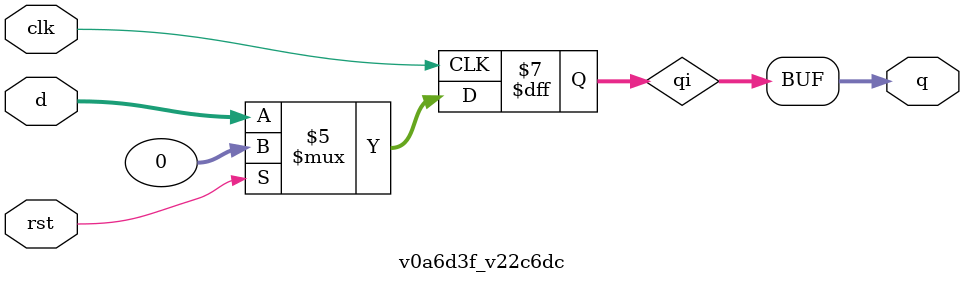
<source format=v>

`default_nettype none

module main #(
 parameter vcb9863 = 12000/2
) (
 input v0869b1,
 input vclk,
 output v8973a9,
 output [0:7] vinit
);
 localparam p1 = vcb9863;
 wire [0:31] w0;
 wire w2;
 wire w3;
 wire w4;
 wire w5;
 wire w6;
 wire w7;
 wire w8;
 wire w9;
 assign w2 = v0869b1;
 assign v8973a9 = w4;
 assign w5 = vclk;
 assign w6 = vclk;
 assign w7 = vclk;
 assign w6 = w5;
 assign w7 = w5;
 assign w7 = w6;
 v959751 #(
  .vc5c8ea(p1)
 ) v3a039d (
  .vbc97e4(w0)
 );
 vba518e v7001c3 (
  .vcbab45(w4),
  .v0e28cb(w8),
  .v3ca442(w9)
 );
 vb7f713 v6302b3 (
  .vb5e8cd(w3),
  .v6dda25(w5),
  .v4642b6(w8)
 );
 v5018a6 vff40b0 (
  .vd9601b(w2),
  .vfde3d7(w6),
  .v157a67(w9)
 );
 v397e22 v1547f1 (
  .vd6b9df(w0),
  .vd1077b(w3),
  .v6dda25(w7)
 );
 assign vinit = 8'b00000000;
endmodule

//---- Top entity
module v959751 #(
 parameter vc5c8ea = 0
) (
 output [31:0] vbc97e4
);
 localparam p0 = vc5c8ea;
 wire [0:31] w1;
 assign vbc97e4 = w1;
 v959751_v465065 #(
  .VALUE(p0)
 ) v465065 (
  .k(w1)
 );
endmodule

//---------------------------------------------------
//-- 32-bits-gen-constant
//-- - - - - - - - - - - - - - - - - - - - - - - - --
//-- Generic: 32-bits generic constant
//---------------------------------------------------

module v959751_v465065 #(
 parameter VALUE = 0
) (
 output [31:0] k
);
 assign k = VALUE;
endmodule
//---- Top entity
module vba518e (
 input v0e28cb,
 input v3ca442,
 output vcbab45
);
 wire w0;
 wire w1;
 wire w2;
 assign w0 = v0e28cb;
 assign w1 = v3ca442;
 assign vcbab45 = w2;
 vba518e_vf4938a vf4938a (
  .a(w0),
  .b(w1),
  .c(w2)
 );
endmodule

//---------------------------------------------------
//-- AND2
//-- - - - - - - - - - - - - - - - - - - - - - - - --
//-- Two bits input And gate
//---------------------------------------------------

module vba518e_vf4938a (
 input a,
 input b,
 output c
);
 //-- AND gate
 //-- Verilog implementation
 
 assign c = a & b;
 
endmodule
//---- Top entity
module vb7f713 #(
 parameter v8bcde4 = 0
) (
 input v6dda25,
 input vb5e8cd,
 output v4642b6
);
 localparam p0 = v8bcde4;
 wire w1;
 wire w2;
 wire w3;
 assign w1 = v6dda25;
 assign w2 = vb5e8cd;
 assign v4642b6 = w3;
 vb7f713_v4a32dd #(
  .INI(p0)
 ) v4a32dd (
  .clk(w1),
  .t(w2),
  .q(w3)
 );
endmodule

//---------------------------------------------------
//-- TFF-verilog
//-- - - - - - - - - - - - - - - - - - - - - - - - --
//-- TFF-verilog. System TFF with toggle input: It toogles on every system cycle if the input is active. Verilog implementation
//---------------------------------------------------

module vb7f713_v4a32dd #(
 parameter INI = 0
) (
 input clk,
 input t,
 output q
);
 //-- Initial value
 reg qi = INI;
 
 always @(posedge clk)
 begin
  
  //-- check the toogle input
  if (t == 1'b1)
    qi <= ~ qi;
  
 end
 
 //-- Connect the register with the
 //-- output
 assign q = qi;
 
endmodule
//---- Top entity
module v5018a6 #(
 parameter v9d2d5b = 0,
 parameter v42e61f = 0
) (
 input vfde3d7,
 input vd9601b,
 output v157a67,
 output v64879c
);
 localparam p4 = v9d2d5b;
 localparam p5 = v42e61f;
 wire w0;
 wire w1;
 wire w2;
 wire w3;
 wire w6;
 wire w7;
 assign w0 = vd9601b;
 assign v157a67 = w1;
 assign v64879c = w3;
 assign w6 = vfde3d7;
 assign w7 = vfde3d7;
 assign w2 = w1;
 assign w7 = w6;
 vae13be vc01bdf (
  .ve78ab8(w2),
  .v3487af(w3),
  .ved8395(w7)
 );
 v091b35 #(
  .v17ea21(p4),
  .v803182(p5)
 ) v79ea21 (
  .v27dec4(w0),
  .v4642b6(w1),
  .v25ab12(w6)
 );
endmodule

//---------------------------------------------------
//-- Button-tic
//-- - - - - - - - - - - - - - - - - - - - - - - - --
//-- Button-tic: Configurable button that emits a tic when it is pressed
//---------------------------------------------------
//---- Top entity
module vae13be (
 input ved8395,
 input ve78ab8,
 output v1c9ba2,
 output v3487af
);
 wire w0;
 wire w1;
 wire w2;
 wire w3;
 wire w4;
 wire w5;
 assign w0 = ve78ab8;
 assign w1 = ved8395;
 assign w4 = ve78ab8;
 assign v3487af = w5;
 assign w4 = w0;
 v3676a0 v9d4cda (
  .v0e28cb(w2),
  .vcbab45(w3)
 );
 vba518e v57aa83 (
  .v0e28cb(w3),
  .v3ca442(w4),
  .vcbab45(w5)
 );
 v58ed2b v4953b3 (
  .vf54559(w0),
  .va4102a(w1),
  .ve8318d(w2)
 );
endmodule

//---------------------------------------------------
//-- Rising-edge-detector
//-- - - - - - - - - - - - - - - - - - - - - - - - --
//-- Rising-edge detector. It generates a 1-period pulse (tic) when a rising edge is detected on the input. Block implementation
//---------------------------------------------------
//---- Top entity
module v3676a0 (
 input v0e28cb,
 output vcbab45
);
 wire w0;
 wire w1;
 assign w0 = v0e28cb;
 assign vcbab45 = w1;
 v3676a0_vd54ca1 vd54ca1 (
  .a(w0),
  .q(w1)
 );
endmodule

//---------------------------------------------------
//-- NOT
//-- - - - - - - - - - - - - - - - - - - - - - - - --
//-- NOT gate (Verilog implementation)
//---------------------------------------------------

module v3676a0_vd54ca1 (
 input a,
 output q
);
 //-- NOT Gate
 assign q = ~a;
 
 
endmodule
//---- Top entity
module v58ed2b #(
 parameter v71e305 = 0
) (
 input va4102a,
 input vf54559,
 output va58c5b,
 output ve8318d
);
 localparam p2 = v71e305;
 wire w0;
 wire w1;
 wire w3;
 assign w0 = va4102a;
 assign ve8318d = w1;
 assign w3 = vf54559;
 v58ed2b_vb8adf8 #(
  .INI(p2)
 ) vb8adf8 (
  .clk(w0),
  .q(w1),
  .d(w3)
 );
endmodule

//---------------------------------------------------
//-- sys-DFF-verilog
//-- - - - - - - - - - - - - - - - - - - - - - - - --
//-- System - D Flip-flop. Capture data every system clock cycle. Verilog implementation
//---------------------------------------------------

module v58ed2b_vb8adf8 #(
 parameter INI = 0
) (
 input clk,
 input d,
 output q
);
 //-- Initial value
 reg qi = INI;
 
 //-- Capture the input data  
 //-- on the rising edge of  
 //-- the system clock
 always @(posedge clk)
   qi <= d;
   
 //-- Connect the register with the
 //-- output
 assign q = qi;
endmodule
//---- Top entity
module v091b35 #(
 parameter v17ea21 = 0,
 parameter v803182 = 0
) (
 input v25ab12,
 input v27dec4,
 output v4642b6
);
 localparam p2 = v803182;
 localparam p4 = v17ea21;
 wire w0;
 wire w1;
 wire w3;
 wire w5;
 wire w6;
 wire w7;
 wire w8;
 assign v4642b6 = w5;
 assign w6 = v27dec4;
 assign w7 = v25ab12;
 assign w8 = v25ab12;
 assign w8 = w7;
 v6c3aff #(
  .v2fb6e5(p4)
 ) v67ee04 (
  .v758f58(w0),
  .vedbc89(w6)
 );
 v68f406 #(
  .v6a9fe4(p2)
 ) v5b351d (
  .v27dec4(w1),
  .v4642b6(w3)
 );
 vdd36dc v7f7562 (
  .v6a82dd(w3),
  .vd4e5d7(w5),
  .v444878(w8)
 );
 v0705a6 v9812a2 (
  .ve7f5e6(w0),
  .v3c12b5(w1),
  .v717e81(w7)
 );
endmodule

//---------------------------------------------------
//-- Button
//-- - - - - - - - - - - - - - - - - - - - - - - - --
//-- Configurable button (pull-up on/off. Not on/off)
//---------------------------------------------------
//---- Top entity
module v6c3aff #(
 parameter v2fb6e5 = 1
) (
 input vedbc89,
 output v758f58
);
 localparam p2 = v2fb6e5;
 wire w0;
 wire w1;
 assign w0 = vedbc89;
 assign v758f58 = w1;
 v6c3aff_v34955f #(
  .ON(p2)
 ) v34955f (
  .i(w0),
  .o(w1)
 );
endmodule

//---------------------------------------------------
//-- Pull-upx1
//-- - - - - - - - - - - - - - - - - - - - - - - - --
//-- FPGA internal pull-up configuration on the input port
//---------------------------------------------------

module v6c3aff_v34955f #(
 parameter ON = 0
) (
 input i,
 output o
);
 // 1-Pull up
 
 //-- Place the IO block, configured as  
 //-- input with pull-up
 SB_IO
   #(
     .PIN_TYPE(6'b 1010_01),
     
     //-- The pull-up is activated or not
     //-- depeding on the ON parameter
     .PULLUP(ON)
     
   ) input_pin (
 
     //--- Input pin
     .PACKAGE_PIN(i),
     
     //-- Block output
     .D_IN_0(o),
     
     //-- Configured as input
     .OUTPUT_ENABLE(1'b0),
     
     //-- Not used
     .D_OUT_0(1'b0)
   );
endmodule
//---- Top entity
module v68f406 #(
 parameter v6a9fe4 = 0
) (
 input v27dec4,
 output v4642b6
);
 localparam p0 = v6a9fe4;
 wire w1;
 wire w2;
 wire w3;
 assign w2 = v27dec4;
 assign v4642b6 = w3;
 v3ba5d0 #(
  .vc5c8ea(p0)
 ) vce5802 (
  .v268bfc(w1)
 );
 vd12401 v5b01c7 (
  .v0e28cb(w1),
  .v3ca442(w2),
  .vcbab45(w3)
 );
endmodule

//---------------------------------------------------
//-- not-wire-x01
//-- - - - - - - - - - - - - - - - - - - - - - - - --
//-- Select positive or negative logic for the input (0=positive, 1=negative)
//---------------------------------------------------
//---- Top entity
module v3ba5d0 #(
 parameter vc5c8ea = 0
) (
 output v268bfc
);
 localparam p0 = vc5c8ea;
 wire w1;
 assign v268bfc = w1;
 v3ba5d0_v465065 #(
  .VALUE(p0)
 ) v465065 (
  .k(w1)
 );
endmodule

//---------------------------------------------------
//-- Constante-1bits
//-- - - - - - - - - - - - - - - - - - - - - - - - --
//-- Valor genérico constante, de 1 bits. Su valor se introduce como parámetro. Por defecto vale 0
//---------------------------------------------------

module v3ba5d0_v465065 #(
 parameter VALUE = 0
) (
 output k
);
 assign k = VALUE;
endmodule
//---- Top entity
module vd12401 (
 input v0e28cb,
 input v3ca442,
 output vcbab45
);
 wire w0;
 wire w1;
 wire w2;
 assign w0 = v0e28cb;
 assign w1 = v3ca442;
 assign vcbab45 = w2;
 vd12401_vf4938a vf4938a (
  .a(w0),
  .b(w1),
  .c(w2)
 );
endmodule

//---------------------------------------------------
//-- XOR2
//-- - - - - - - - - - - - - - - - - - - - - - - - --
//-- XOR gate: two bits input xor gate
//---------------------------------------------------

module vd12401_vf4938a (
 input a,
 input b,
 output c
);
 //-- XOR gate
 //-- Verilog implementation
 
 assign c = a ^ b;
 
endmodule
//---- Top entity
module vdd36dc (
 input v444878,
 input v6a82dd,
 output vd4e5d7
);
 wire w0;
 wire w1;
 wire w2;
 wire w3;
 wire w4;
 wire w5;
 wire w6;
 wire w7;
 assign w2 = v444878;
 assign w3 = v444878;
 assign w4 = v444878;
 assign vd4e5d7 = w5;
 assign w6 = v6a82dd;
 assign w7 = v6a82dd;
 assign w3 = w2;
 assign w4 = w2;
 assign w4 = w3;
 assign w7 = w6;
 v1ed41a vd680b8 (
  .v3487af(w1),
  .ved8395(w4),
  .ve78ab8(w7)
 );
 v8a23ff v02f115 (
  .vd793aa(w0),
  .ve4a668(w2),
  .v4642b6(w5),
  .v27dec4(w6)
 );
 ve8e3e6 vc4d90e (
  .ve37344(w0),
  .ve556f1(w1),
  .v6dda25(w3)
 );
endmodule

//---------------------------------------------------
//-- Debouncer-x01
//-- - - - - - - - - - - - - - - - - - - - - - - - --
//-- Remove the rebound on a mechanical switch
//---------------------------------------------------
//---- Top entity
module v1ed41a (
 input ved8395,
 input ve78ab8,
 output v31351e,
 output v3487af
);
 wire w0;
 wire w1;
 wire w2;
 wire w3;
 wire w4;
 assign w0 = ve78ab8;
 assign w1 = ved8395;
 assign v3487af = w2;
 assign w4 = ve78ab8;
 assign w4 = w0;
 vd12401 v456da5 (
  .vcbab45(w2),
  .v0e28cb(w3),
  .v3ca442(w4)
 );
 v58ed2b vf94974 (
  .vf54559(w0),
  .va4102a(w1),
  .ve8318d(w3)
 );
endmodule

//---------------------------------------------------
//-- Edges-detector-block
//-- - - - - - - - - - - - - - - - - - - - - - - - --
//-- Edges detector. It generates a 1-period pulse (tic) when either a rising edge or a falling edge is detected on the input. Block implementation
//---------------------------------------------------
//---- Top entity
module v8a23ff #(
 parameter v3360b0 = 0
) (
 input ve4a668,
 input v27dec4,
 input vd793aa,
 output v4642b6
);
 localparam p4 = v3360b0;
 wire w0;
 wire w1;
 wire w2;
 wire w3;
 assign w0 = ve4a668;
 assign w1 = v27dec4;
 assign w2 = vd793aa;
 assign v4642b6 = w3;
 v8a23ff_vb79aca #(
  .INI(p4)
 ) vb79aca (
  .clk(w0),
  .d(w1),
  .load(w2),
  .q(w3)
 );
endmodule

//---------------------------------------------------
//-- DFF-verilog
//-- - - - - - - - - - - - - - - - - - - - - - - - --
//-- DFF. D Flip-flop. Verilog implementation
//---------------------------------------------------

module v8a23ff_vb79aca #(
 parameter INI = 0
) (
 input clk,
 input d,
 input load,
 output q
);
 //-- Initial value
 reg qi = INI;
 
 always @(posedge clk)
 begin
  
  //-- When load is active
  //-- the input data is captured
  if (load == 1'b1)
    qi <= d;
  
 end
 
 //-- Connect the register with the
 //-- output
 assign q = qi;
 
endmodule
//---- Top entity
module ve8e3e6 (
 input v6dda25,
 input ve556f1,
 output [15:0] v49911e,
 output ve37344
);
 wire w0;
 wire [0:15] w1;
 wire [0:15] w2;
 wire w3;
 wire [0:15] w4;
 wire w5;
 assign w0 = ve556f1;
 assign w3 = v6dda25;
 assign v49911e = w4;
 assign ve37344 = w5;
 assign w4 = w1;
 v8ecd59 v9392cd (
  .v2f9d57(w1),
  .vd7988b(w2),
  .v4642b6(w5)
 );
 v0788ea vd23000 (
  .v7bb757(w0),
  .ve56ffc(w1),
  .v76e2d3(w2),
  .v02833d(w3)
 );
endmodule

//---------------------------------------------------
//-- syscounter-rst-16bits
//-- - - - - - - - - - - - - - - - - - - - - - - - --
//-- 16-bits Syscounter with reset
//---------------------------------------------------
//---- Top entity
module v8ecd59 #(
 parameter v6c5139 = 1
) (
 input [15:0] v2f9d57,
 output v4642b6,
 output [15:0] vd7988b
);
 localparam p1 = v6c5139;
 wire w0;
 wire [0:15] w2;
 wire [0:15] w3;
 assign v4642b6 = w0;
 assign w2 = v2f9d57;
 assign vd7988b = w3;
 v265696 #(
  .vd73390(p1)
 ) v76123a (
  .v4642b6(w0),
  .v36f2dd(w2),
  .vc068fb(w3)
 );
endmodule

//---------------------------------------------------
//-- Inc1-16bits
//-- - - - - - - - - - - - - - - - - - - - - - - - --
//-- Inc1-16bit: Increment a 16-bits number by one
//---------------------------------------------------
//---- Top entity
module v265696 #(
 parameter vd73390 = 0
) (
 input [15:0] v36f2dd,
 output v4642b6,
 output [15:0] vc068fb
);
 localparam p1 = vd73390;
 wire w0;
 wire [0:15] w2;
 wire [0:15] w3;
 wire [0:15] w4;
 assign v4642b6 = w0;
 assign w3 = v36f2dd;
 assign vc068fb = w4;
 v651fa3 #(
  .vc5c8ea(p1)
 ) vdd8fa2 (
  .vcd9338(w2)
 );
 vbc66d7 vce7ab7 (
  .v4642b6(w0),
  .v1489e0(w2),
  .v603a9a(w3),
  .v2c4251(w4)
 );
endmodule

//---------------------------------------------------
//-- AdderK-16bits
//-- - - - - - - - - - - - - - - - - - - - - - - - --
//-- AdderK-16bit: Adder of 16-bit operand and 16-bit constant
//---------------------------------------------------
//---- Top entity
module v651fa3 #(
 parameter vc5c8ea = 0
) (
 output [15:0] vcd9338
);
 localparam p0 = vc5c8ea;
 wire [0:15] w1;
 assign vcd9338 = w1;
 v651fa3_v465065 #(
  .VALUE(p0)
 ) v465065 (
  .k(w1)
 );
endmodule

//---------------------------------------------------
//-- 16-bits-gen-constant
//-- - - - - - - - - - - - - - - - - - - - - - - - --
//-- Generic: 16-bits generic constant
//---------------------------------------------------

module v651fa3_v465065 #(
 parameter VALUE = 0
) (
 output [15:0] k
);
 assign k = VALUE;
endmodule
//---- Top entity
module vbc66d7 (
 input [15:0] v1489e0,
 input [15:0] v603a9a,
 output v4642b6,
 output [15:0] v2c4251
);
 wire w0;
 wire w1;
 wire [0:15] w2;
 wire [0:15] w3;
 wire [0:15] w4;
 wire [0:7] w5;
 wire [0:7] w6;
 wire [0:7] w7;
 wire [0:7] w8;
 wire [0:7] w9;
 wire [0:7] w10;
 assign v4642b6 = w0;
 assign w2 = v603a9a;
 assign w3 = v1489e0;
 assign v2c4251 = w4;
 v306ca3 v0a29fe (
  .v91b9c1(w2),
  .vef5eee(w9),
  .vd3ef3b(w10)
 );
 v306ca3 vb0a6ce (
  .v91b9c1(w3),
  .vef5eee(w7),
  .vd3ef3b(w8)
 );
 vcb23aa v8e0bba (
  .v4642b6(w1),
  .v62bf25(w6),
  .v39966a(w8),
  .veb2f59(w10)
 );
 vc3c498 v917bbf (
  .v4642b6(w0),
  .vb9cfc3(w1),
  .veeaa8e(w5),
  .v45c6ee(w7),
  .v20212e(w9)
 );
 v8cc49c v03c3e3 (
  .v14a530(w4),
  .vb334ae(w5),
  .v2b8a97(w6)
 );
endmodule

//---------------------------------------------------
//-- Adder-16bits
//-- - - - - - - - - - - - - - - - - - - - - - - - --
//-- Adder-16bits: Adder of two operands of 16 bits
//---------------------------------------------------
//---- Top entity
module v306ca3 (
 input [15:0] v91b9c1,
 output [7:0] vef5eee,
 output [7:0] vd3ef3b
);
 wire [0:15] w0;
 wire [0:7] w1;
 wire [0:7] w2;
 assign w0 = v91b9c1;
 assign vef5eee = w1;
 assign vd3ef3b = w2;
 v306ca3_v9a2a06 v9a2a06 (
  .i(w0),
  .o1(w1),
  .o0(w2)
 );
endmodule

//---------------------------------------------------
//-- Bus16-Split-half
//-- - - - - - - - - - - - - - - - - - - - - - - - --
//-- Bus16-Split-half: Split the 16-bits bus into two buses of the same size
//---------------------------------------------------

module v306ca3_v9a2a06 (
 input [15:0] i,
 output [7:0] o1,
 output [7:0] o0
);
 assign o1 = i[15:8];
 assign o0 = i[7:0];
endmodule
//---- Top entity
module vcb23aa (
 input [7:0] v39966a,
 input [7:0] veb2f59,
 output v4642b6,
 output [7:0] v62bf25
);
 wire [0:7] w0;
 wire [0:7] w1;
 wire [0:3] w2;
 wire [0:3] w3;
 wire [0:7] w4;
 wire w5;
 wire w6;
 wire [0:3] w7;
 wire [0:3] w8;
 wire [0:3] w9;
 wire [0:3] w10;
 assign w0 = veb2f59;
 assign w1 = v39966a;
 assign v62bf25 = w4;
 assign v4642b6 = w5;
 v6bdcd9 vd88c66 (
  .vcc8c7c(w0),
  .v651522(w9),
  .v2cc41f(w10)
 );
 v6bdcd9 v26a0bb (
  .vcc8c7c(w1),
  .v651522(w7),
  .v2cc41f(w8)
 );
 v25966b v9ea427 (
  .v817794(w3),
  .v4642b6(w6),
  .v0550b6(w8),
  .v24708e(w10)
 );
 vafb28f vc75346 (
  .v515fe7(w2),
  .v3c88fc(w3),
  .va9ac17(w4)
 );
 va1ce30 v40c17f (
  .v817794(w2),
  .v4642b6(w5),
  .vb9cfc3(w6),
  .v0550b6(w7),
  .v24708e(w9)
 );
endmodule

//---------------------------------------------------
//-- Adder-8bits
//-- - - - - - - - - - - - - - - - - - - - - - - - --
//-- Adder-8bits: Adder of two operands of 8 bits
//---------------------------------------------------
//---- Top entity
module v6bdcd9 (
 input [7:0] vcc8c7c,
 output [3:0] v651522,
 output [3:0] v2cc41f
);
 wire [0:3] w0;
 wire [0:3] w1;
 wire [0:7] w2;
 assign v651522 = w0;
 assign v2cc41f = w1;
 assign w2 = vcc8c7c;
 v6bdcd9_v9a2a06 v9a2a06 (
  .o1(w0),
  .o0(w1),
  .i(w2)
 );
endmodule

//---------------------------------------------------
//-- Bus8-Split-half
//-- - - - - - - - - - - - - - - - - - - - - - - - --
//-- Bus8-Split-half: Split the 8-bits bus into two buses of the same size
//---------------------------------------------------

module v6bdcd9_v9a2a06 (
 input [7:0] i,
 output [3:0] o1,
 output [3:0] o0
);
 assign o1 = i[7:4];
 assign o0 = i[3:0];
endmodule
//---- Top entity
module v25966b (
 input [3:0] v0550b6,
 input [3:0] v24708e,
 output v4642b6,
 output [3:0] v817794
);
 wire w0;
 wire w1;
 wire w2;
 wire w3;
 wire w4;
 wire [0:3] w5;
 wire [0:3] w6;
 wire [0:3] w7;
 wire w8;
 wire w9;
 wire w10;
 wire w11;
 wire w12;
 wire w13;
 wire w14;
 wire w15;
 wire w16;
 wire w17;
 wire w18;
 assign w5 = v24708e;
 assign w6 = v0550b6;
 assign v817794 = w7;
 assign v4642b6 = w9;
 v1ea21d vdbe125 (
  .v4642b6(w0),
  .v8e8a67(w2),
  .v27dec4(w15),
  .v82de4f(w18)
 );
 vad119b vb8ad86 (
  .v0ef266(w0),
  .v8e8a67(w1),
  .v4642b6(w3),
  .v27dec4(w14),
  .v82de4f(w17)
 );
 vad119b v5d29b2 (
  .v0ef266(w3),
  .v8e8a67(w4),
  .v4642b6(w8),
  .v27dec4(w12),
  .v82de4f(w16)
 );
 vc4f23a vf4a6ff (
  .v985fcb(w5),
  .v4f1fd3(w13),
  .vda577d(w16),
  .v3f8943(w17),
  .v64d863(w18)
 );
 vc4f23a v9d4632 (
  .v985fcb(w6),
  .v4f1fd3(w11),
  .vda577d(w12),
  .v3f8943(w14),
  .v64d863(w15)
 );
 v84f0a1 v140dbf (
  .vee8a83(w1),
  .v03aaf0(w2),
  .vf8041d(w4),
  .v11bca5(w7),
  .vd84a57(w10)
 );
 vad119b v5c5937 (
  .v0ef266(w8),
  .v4642b6(w9),
  .v8e8a67(w10),
  .v27dec4(w11),
  .v82de4f(w13)
 );
endmodule

//---------------------------------------------------
//-- Adder-4bits
//-- - - - - - - - - - - - - - - - - - - - - - - - --
//-- Adder-4bits: Adder of two operands of 4 bits
//---------------------------------------------------
//---- Top entity
module v1ea21d (
 input v27dec4,
 input v82de4f,
 output v4642b6,
 output v8e8a67
);
 wire w0;
 wire w1;
 wire w2;
 wire w3;
 wire w4;
 assign w0 = v82de4f;
 assign w1 = v27dec4;
 assign v4642b6 = w3;
 assign v8e8a67 = w4;
 vad119b vb820a1 (
  .v82de4f(w0),
  .v27dec4(w1),
  .v0ef266(w2),
  .v4642b6(w3),
  .v8e8a67(w4)
 );
 vd30ca9 v23ebb6 (
  .v9fb85f(w2)
 );
endmodule

//---------------------------------------------------
//-- Adder-1bit
//-- - - - - - - - - - - - - - - - - - - - - - - - --
//-- Adder-1bit: Adder of two operands of 1 bit
//---------------------------------------------------
//---- Top entity
module vad119b (
 input v27dec4,
 input v82de4f,
 input v0ef266,
 output v4642b6,
 output v8e8a67
);
 wire w0;
 wire w1;
 wire w2;
 wire w3;
 wire w4;
 wire w5;
 wire w6;
 wire w7;
 wire w8;
 wire w9;
 wire w10;
 wire w11;
 assign v8e8a67 = w1;
 assign v4642b6 = w5;
 assign w6 = v27dec4;
 assign w7 = v27dec4;
 assign w8 = v82de4f;
 assign w9 = v82de4f;
 assign w10 = v0ef266;
 assign w11 = v0ef266;
 assign w2 = w0;
 assign w7 = w6;
 assign w9 = w8;
 assign w11 = w10;
 vd12401 v2e3d9f (
  .vcbab45(w0),
  .v0e28cb(w7),
  .v3ca442(w9)
 );
 vd12401 vb50462 (
  .v0e28cb(w0),
  .vcbab45(w1),
  .v3ca442(w11)
 );
 vba518e v4882f4 (
  .v3ca442(w2),
  .vcbab45(w3),
  .v0e28cb(w10)
 );
 vba518e v8fcf41 (
  .vcbab45(w4),
  .v0e28cb(w6),
  .v3ca442(w8)
 );
 v873425 vc5b8b9 (
  .v3ca442(w3),
  .v0e28cb(w4),
  .vcbab45(w5)
 );
endmodule

//---------------------------------------------------
//-- AdderC-1bit
//-- - - - - - - - - - - - - - - - - - - - - - - - --
//-- AdderC-1bit: Adder of two operands of 1 bit plus the carry in
//---------------------------------------------------
//---- Top entity
module v873425 (
 input v0e28cb,
 input v3ca442,
 output vcbab45
);
 wire w0;
 wire w1;
 wire w2;
 assign w0 = v0e28cb;
 assign w1 = v3ca442;
 assign vcbab45 = w2;
 v873425_vf4938a vf4938a (
  .a(w0),
  .b(w1),
  .c(w2)
 );
endmodule

//---------------------------------------------------
//-- OR2
//-- - - - - - - - - - - - - - - - - - - - - - - - --
//-- OR2: Two bits input OR gate
//---------------------------------------------------

module v873425_vf4938a (
 input a,
 input b,
 output c
);
 //-- OR Gate
 //-- Verilog implementation
 
 assign c = a | b;
 
 
endmodule
//---- Top entity
module vd30ca9 (
 output v9fb85f
);
 wire w0;
 assign v9fb85f = w0;
 vd30ca9_vb2eccd vb2eccd (
  .q(w0)
 );
endmodule

//---------------------------------------------------
//-- bit-0
//-- - - - - - - - - - - - - - - - - - - - - - - - --
//-- Constant bit 0
//---------------------------------------------------

module vd30ca9_vb2eccd (
 output q
);
 //-- Constant bit-0
 assign q = 1'b0;
 
 
endmodule
//---- Top entity
module vc4f23a (
 input [3:0] v985fcb,
 output v4f1fd3,
 output vda577d,
 output v3f8943,
 output v64d863
);
 wire w0;
 wire w1;
 wire w2;
 wire w3;
 wire [0:3] w4;
 assign v3f8943 = w0;
 assign v64d863 = w1;
 assign vda577d = w2;
 assign v4f1fd3 = w3;
 assign w4 = v985fcb;
 vc4f23a_v9a2a06 v9a2a06 (
  .o1(w0),
  .o0(w1),
  .o2(w2),
  .o3(w3),
  .i(w4)
 );
endmodule

//---------------------------------------------------
//-- Bus4-Split-all
//-- - - - - - - - - - - - - - - - - - - - - - - - --
//-- Bus4-Split-all: Split the 4-bits bus into its wires
//---------------------------------------------------

module vc4f23a_v9a2a06 (
 input [3:0] i,
 output o3,
 output o2,
 output o1,
 output o0
);
 assign o3 = i[3];
 assign o2 = i[2];
 assign o1 = i[1];
 assign o0 = i[0];
endmodule
//---- Top entity
module v84f0a1 (
 input vd84a57,
 input vf8041d,
 input vee8a83,
 input v03aaf0,
 output [3:0] v11bca5
);
 wire w0;
 wire w1;
 wire w2;
 wire w3;
 wire [0:3] w4;
 assign w0 = vee8a83;
 assign w1 = v03aaf0;
 assign w2 = vf8041d;
 assign w3 = vd84a57;
 assign v11bca5 = w4;
 v84f0a1_v9a2a06 v9a2a06 (
  .i1(w0),
  .i0(w1),
  .i2(w2),
  .i3(w3),
  .o(w4)
 );
endmodule

//---------------------------------------------------
//-- Bus4-Join-all
//-- - - - - - - - - - - - - - - - - - - - - - - - --
//-- Bus4-Join-all: Join all the wires into a 4-bits Bus
//---------------------------------------------------

module v84f0a1_v9a2a06 (
 input i3,
 input i2,
 input i1,
 input i0,
 output [3:0] o
);
 assign o = {i3, i2, i1, i0};
 
endmodule
//---- Top entity
module vafb28f (
 input [3:0] v515fe7,
 input [3:0] v3c88fc,
 output [7:0] va9ac17
);
 wire [0:7] w0;
 wire [0:3] w1;
 wire [0:3] w2;
 assign va9ac17 = w0;
 assign w1 = v515fe7;
 assign w2 = v3c88fc;
 vafb28f_v9a2a06 v9a2a06 (
  .o(w0),
  .i1(w1),
  .i0(w2)
 );
endmodule

//---------------------------------------------------
//-- Bus8-Join-half
//-- - - - - - - - - - - - - - - - - - - - - - - - --
//-- Bus8-Join-half: Join the two same halves into an 8-bits Bus
//---------------------------------------------------

module vafb28f_v9a2a06 (
 input [3:0] i1,
 input [3:0] i0,
 output [7:0] o
);
 assign o = {i1, i0};
 
endmodule
//---- Top entity
module va1ce30 (
 input [3:0] v0550b6,
 input [3:0] v24708e,
 input vb9cfc3,
 output v4642b6,
 output [3:0] v817794
);
 wire w0;
 wire w1;
 wire w2;
 wire w3;
 wire w4;
 wire [0:3] w5;
 wire [0:3] w6;
 wire [0:3] w7;
 wire w8;
 wire w9;
 wire w10;
 wire w11;
 wire w12;
 wire w13;
 wire w14;
 wire w15;
 wire w16;
 wire w17;
 wire w18;
 wire w19;
 assign w5 = v24708e;
 assign w6 = v0550b6;
 assign v817794 = w7;
 assign v4642b6 = w9;
 assign w11 = vb9cfc3;
 vad119b vb8ad86 (
  .v0ef266(w0),
  .v8e8a67(w1),
  .v4642b6(w3),
  .v27dec4(w15),
  .v82de4f(w18)
 );
 vad119b v5d29b2 (
  .v0ef266(w3),
  .v8e8a67(w4),
  .v4642b6(w8),
  .v27dec4(w13),
  .v82de4f(w17)
 );
 vc4f23a vf4a6ff (
  .v985fcb(w5),
  .v4f1fd3(w14),
  .vda577d(w17),
  .v3f8943(w18),
  .v64d863(w19)
 );
 vc4f23a v9d4632 (
  .v985fcb(w6),
  .v4f1fd3(w12),
  .vda577d(w13),
  .v3f8943(w15),
  .v64d863(w16)
 );
 v84f0a1 v140dbf (
  .vee8a83(w1),
  .v03aaf0(w2),
  .vf8041d(w4),
  .v11bca5(w7),
  .vd84a57(w10)
 );
 vad119b v5c5937 (
  .v0ef266(w8),
  .v4642b6(w9),
  .v8e8a67(w10),
  .v27dec4(w12),
  .v82de4f(w14)
 );
 vad119b v3599be (
  .v4642b6(w0),
  .v8e8a67(w2),
  .v0ef266(w11),
  .v27dec4(w16),
  .v82de4f(w19)
 );
endmodule

//---------------------------------------------------
//-- AdderC-4bits
//-- - - - - - - - - - - - - - - - - - - - - - - - --
//-- AdderC-4bits: Adder of two operands of 4 bits and Carry in
//---------------------------------------------------
//---- Top entity
module vc3c498 (
 input [7:0] v45c6ee,
 input [7:0] v20212e,
 input vb9cfc3,
 output v4642b6,
 output [7:0] veeaa8e
);
 wire w0;
 wire w1;
 wire [0:7] w2;
 wire [0:7] w3;
 wire [0:7] w4;
 wire [0:3] w5;
 wire [0:3] w6;
 wire w7;
 wire [0:3] w8;
 wire [0:3] w9;
 wire [0:3] w10;
 wire [0:3] w11;
 assign w1 = vb9cfc3;
 assign w2 = v45c6ee;
 assign w3 = v20212e;
 assign veeaa8e = w4;
 assign v4642b6 = w7;
 v6bdcd9 v8d795a (
  .vcc8c7c(w3),
  .v651522(w10),
  .v2cc41f(w11)
 );
 v6bdcd9 v23dbc5 (
  .vcc8c7c(w2),
  .v651522(w8),
  .v2cc41f(w9)
 );
 vafb28f vef3a58 (
  .va9ac17(w4),
  .v3c88fc(w5),
  .v515fe7(w6)
 );
 va1ce30 v0ff71a (
  .v4642b6(w0),
  .vb9cfc3(w1),
  .v817794(w5),
  .v0550b6(w9),
  .v24708e(w11)
 );
 va1ce30 v12f94f (
  .vb9cfc3(w0),
  .v817794(w6),
  .v4642b6(w7),
  .v0550b6(w8),
  .v24708e(w10)
 );
endmodule

//---------------------------------------------------
//-- AdderC-8bits
//-- - - - - - - - - - - - - - - - - - - - - - - - --
//-- AdderC-8bits: Adder of two operands of 8 bits and Carry in
//---------------------------------------------------
//---- Top entity
module v8cc49c (
 input [7:0] vb334ae,
 input [7:0] v2b8a97,
 output [15:0] v14a530
);
 wire [0:15] w0;
 wire [0:7] w1;
 wire [0:7] w2;
 assign v14a530 = w0;
 assign w1 = v2b8a97;
 assign w2 = vb334ae;
 v8cc49c_v9a2a06 v9a2a06 (
  .o(w0),
  .i0(w1),
  .i1(w2)
 );
endmodule

//---------------------------------------------------
//-- Bus16-Join-half
//-- - - - - - - - - - - - - - - - - - - - - - - - --
//-- Bus16-Join-half: Join the two same halves into an 16-bits Bus
//---------------------------------------------------

module v8cc49c_v9a2a06 (
 input [7:0] i1,
 input [7:0] i0,
 output [15:0] o
);
 assign o = {i1, i0};
 
endmodule
//---- Top entity
module v0788ea #(
 parameter vdb1a33 = 0
) (
 input v02833d,
 input v7bb757,
 input [15:0] v76e2d3,
 output v24626e,
 output v713f73,
 output [15:0] ve56ffc
);
 localparam p1 = vdb1a33;
 wire [0:15] w0;
 wire w2;
 wire [0:15] w3;
 wire w4;
 assign ve56ffc = w0;
 assign w2 = v7bb757;
 assign w3 = v76e2d3;
 assign w4 = v02833d;
 v0788ea_v22c6dc #(
  .INI(p1)
 ) v22c6dc (
  .q(w0),
  .rst(w2),
  .d(w3),
  .clk(w4)
 );
endmodule

//---------------------------------------------------
//-- 16-Sys-reg-rst
//-- - - - - - - - - - - - - - - - - - - - - - - - --
//-- 16-Sys-reg-rst: 16 bits system register with reset. Verilog implementation
//---------------------------------------------------

module v0788ea_v22c6dc #(
 parameter INI = 0
) (
 input clk,
 input rst,
 input [15:0] d,
 output [15:0] q
);
 //-- Generic System register
 //-- with reset
 //-- Number of bits
 localparam N = 16;
 
 //-- Initial value
 reg [N-1:0] qi = INI;
 
 always @(posedge clk)
 begin
 
   //-- Reset: Capture the initial
   //-- value
   if (rst == 1'b1)
     qi <= INI;
     
   //-- No reset: Capture the input
   else
     qi <= d;
 end
 
 //-- Connect the register with the
 //-- output
 assign q = qi;
 
endmodule
//---- Top entity
module v0705a6 (
 input v717e81,
 input ve7f5e6,
 output v994965,
 output v3c12b5
);
 wire w0;
 wire w1;
 wire w2;
 assign w0 = v717e81;
 assign w1 = ve7f5e6;
 assign v3c12b5 = w2;
 v0705a6_ve03af9 ve03af9 (
  .clk(w0),
  .d(w1),
  .q(w2)
 );
endmodule

//---------------------------------------------------
//-- Sync-x01-verilog
//-- - - - - - - - - - - - - - - - - - - - - - - - --
//-- Sync-x01: 1-bit input with the system clock domain (Verilog implementation)
//---------------------------------------------------

module v0705a6_ve03af9 (
 input clk,
 input d,
 output q
);
 //-- Two D flip-flops
 //-- connected in cascade
 
 reg q1 = 0;
 reg q2 = 0;
 
 always @(posedge clk) 
 begin
   //-- First D Flip-Flop
   q1 <= d;
   
   //-- Secondo D Flip-flop
   q2 <= q1;
 end
 
 //-- Assign the output
 assign q = q2;
endmodule
//---- Top entity
module v397e22 #(
 parameter vc0bbb5 = 0
) (
 input v6dda25,
 input [31:0] vd6b9df,
 output [31:0] vd8c74e,
 output vd1077b
);
 localparam p1 = vc0bbb5;
 wire [0:31] w0;
 wire [0:31] w2;
 wire w3;
 wire [0:31] w4;
 wire [0:31] w5;
 wire w6;
 wire w7;
 wire [0:31] w8;
 assign w3 = v6dda25;
 assign vd8c74e = w4;
 assign vd1077b = w6;
 assign w8 = vd6b9df;
 assign w2 = w0;
 assign w5 = w4;
 assign w7 = w6;
 v0906c2 v9573bf (
  .v9d71f2(w0),
  .v95222c(w5)
 );
 va63735 va6a503 (
  .v1069e2(w2),
  .v4642b6(w6),
  .vd448df(w8)
 );
 v0a6d3f #(
  .vdb1a33(p1)
 ) v21c267 (
  .v76e2d3(w0),
  .v02833d(w3),
  .ve56ffc(w4),
  .v7bb757(w7)
 );
endmodule

//---------------------------------------------------
//-- Sys-Counter-M-x32
//-- - - - - - - - - - - - - - - - - - - - - - - - --
//-- Sys-Counter-M-x32: 32-bits M module system counter
//---------------------------------------------------
//---- Top entity
module v0906c2 #(
 parameter v6c5139 = 1
) (
 input [31:0] v95222c,
 output v4642b6,
 output [31:0] v9d71f2
);
 localparam p1 = v6c5139;
 wire w0;
 wire [0:31] w2;
 wire [0:31] w3;
 assign v4642b6 = w0;
 assign w2 = v95222c;
 assign v9d71f2 = w3;
 v3c5f22 #(
  .vd73390(p1)
 ) v3ec2b4 (
  .v4642b6(w0),
  .v56e20b(w2),
  .vc89e4a(w3)
 );
endmodule

//---------------------------------------------------
//-- Inc1-32bits
//-- - - - - - - - - - - - - - - - - - - - - - - - --
//-- Inc1-32bit: Increment a 32-bits number by one
//---------------------------------------------------
//---- Top entity
module v3c5f22 #(
 parameter vd73390 = 0
) (
 input [31:0] v56e20b,
 output v4642b6,
 output [31:0] vc89e4a
);
 localparam p1 = vd73390;
 wire w0;
 wire [0:31] w2;
 wire [0:31] w3;
 wire [0:31] w4;
 assign v4642b6 = w0;
 assign w3 = v56e20b;
 assign vc89e4a = w4;
 v959751 #(
  .vc5c8ea(p1)
 ) v389b9e (
  .vbc97e4(w2)
 );
 vf25742 v14cd53 (
  .v4642b6(w0),
  .v7bf4f3(w2),
  .vc67cc0(w3),
  .vc16efd(w4)
 );
endmodule

//---------------------------------------------------
//-- AdderK-32bits
//-- - - - - - - - - - - - - - - - - - - - - - - - --
//-- AdderK-32bit: Adder of 32-bit operand and 32-bit constant
//---------------------------------------------------
//---- Top entity
module vf25742 (
 input [31:0] v7bf4f3,
 input [31:0] vc67cc0,
 output v4642b6,
 output [31:0] vc16efd
);
 wire w0;
 wire [0:7] w1;
 wire [0:7] w2;
 wire w3;
 wire [0:15] w4;
 wire [0:7] w5;
 wire w6;
 wire [0:23] w7;
 wire w8;
 wire [0:31] w9;
 wire [0:23] w10;
 wire [0:15] w11;
 wire [0:31] w12;
 wire [0:23] w13;
 wire [0:15] w14;
 wire [0:7] w15;
 wire [0:31] w16;
 wire [0:7] w17;
 wire [0:7] w18;
 wire [0:7] w19;
 wire [0:7] w20;
 wire [0:7] w21;
 wire [0:7] w22;
 wire [0:7] w23;
 wire [0:7] w24;
 assign v4642b6 = w8;
 assign w9 = vc67cc0;
 assign w12 = v7bf4f3;
 assign vc16efd = w16;
 vcb23aa v8e0bba (
  .v4642b6(w0),
  .v62bf25(w2),
  .v39966a(w21),
  .veb2f59(w24)
 );
 vc3c498 v917bbf (
  .vb9cfc3(w0),
  .veeaa8e(w1),
  .v4642b6(w3),
  .v45c6ee(w20),
  .v20212e(w23)
 );
 v8cc49c v03c3e3 (
  .vb334ae(w1),
  .v2b8a97(w2),
  .v14a530(w4)
 );
 vc3c498 vf0db78 (
  .vb9cfc3(w3),
  .veeaa8e(w5),
  .v4642b6(w6),
  .v45c6ee(w18),
  .v20212e(w22)
 );
 va52e3b v67022b (
  .vbf8961(w4),
  .vf7d213(w5),
  .v6d326e(w7)
 );
 vdf0f3f v2bc38d (
  .ve841af(w9),
  .v6eb35c(w10),
  .vc6471a(w24)
 );
 vab13f0 v750bb9 (
  .vb18564(w10),
  .vf0a06e(w11),
  .v5246f6(w23)
 );
 v306ca3 vb8499e (
  .v91b9c1(w11),
  .vef5eee(w19),
  .vd3ef3b(w22)
 );
 vdf0f3f vec80d3 (
  .ve841af(w12),
  .v6eb35c(w13),
  .vc6471a(w21)
 );
 vab13f0 v0d470e (
  .vb18564(w13),
  .vf0a06e(w14),
  .v5246f6(w20)
 );
 v306ca3 vd19231 (
  .v91b9c1(w14),
  .vef5eee(w17),
  .vd3ef3b(w18)
 );
 vc3c498 v2c17f7 (
  .vb9cfc3(w6),
  .v4642b6(w8),
  .veeaa8e(w15),
  .v45c6ee(w17),
  .v20212e(w19)
 );
 vab06af v6d700b (
  .v7df8bd(w7),
  .vea9d11(w15),
  .v7d0a31(w16)
 );
endmodule

//---------------------------------------------------
//-- Adder-32bits
//-- - - - - - - - - - - - - - - - - - - - - - - - --
//-- Adder-32bits: Adder of two operands of 32 bits
//---------------------------------------------------
//---- Top entity
module va52e3b (
 input [7:0] vf7d213,
 input [15:0] vbf8961,
 output [23:0] v6d326e
);
 wire [0:15] w0;
 wire [0:23] w1;
 wire [0:7] w2;
 assign w0 = vbf8961;
 assign v6d326e = w1;
 assign w2 = vf7d213;
 va52e3b_v9a2a06 v9a2a06 (
  .i0(w0),
  .o(w1),
  .i1(w2)
 );
endmodule

//---------------------------------------------------
//-- Bus24-Join-8-16 CLONE
//-- - - - - - - - - - - - - - - - - - - - - - - - --
//-- Bus24-Join-8-16: Join the two buses into an 24-bits Bus
//---------------------------------------------------

module va52e3b_v9a2a06 (
 input [7:0] i1,
 input [15:0] i0,
 output [23:0] o
);
 assign o = {i1, i0};
 
endmodule
//---- Top entity
module vdf0f3f (
 input [31:0] ve841af,
 output [23:0] v6eb35c,
 output [7:0] vc6471a
);
 wire [0:31] w0;
 wire [0:7] w1;
 wire [0:23] w2;
 assign w0 = ve841af;
 assign vc6471a = w1;
 assign v6eb35c = w2;
 vdf0f3f_v9a2a06 v9a2a06 (
  .i(w0),
  .o0(w1),
  .o1(w2)
 );
endmodule

//---------------------------------------------------
//-- Bus32-Split-8-24 CLONE
//-- - - - - - - - - - - - - - - - - - - - - - - - --
//-- Bus32-Split-8-24: Split the 28-bits bus into two buses of 8 and 24 wires
//---------------------------------------------------

module vdf0f3f_v9a2a06 (
 input [31:0] i,
 output [23:0] o1,
 output [7:0] o0
);
 assign o1 = i[31:8];
 assign o0 = i[7:0];
endmodule
//---- Top entity
module vab13f0 (
 input [23:0] vb18564,
 output [15:0] vf0a06e,
 output [7:0] v5246f6
);
 wire [0:23] w0;
 wire [0:15] w1;
 wire [0:7] w2;
 assign w0 = vb18564;
 assign vf0a06e = w1;
 assign v5246f6 = w2;
 vab13f0_v9a2a06 v9a2a06 (
  .i(w0),
  .o1(w1),
  .o0(w2)
 );
endmodule

//---------------------------------------------------
//-- Bus24-Split-16-8
//-- - - - - - - - - - - - - - - - - - - - - - - - --
//-- Bus24-Split-16-8: Split the 24-bits bus into two buses of 16 and 8 wires
//---------------------------------------------------

module vab13f0_v9a2a06 (
 input [23:0] i,
 output [15:0] o1,
 output [7:0] o0
);
 assign o1 = i[23:8];
 assign o0 = i[7:0];
endmodule
//---- Top entity
module vab06af (
 input [7:0] vea9d11,
 input [23:0] v7df8bd,
 output [31:0] v7d0a31
);
 wire [0:23] w0;
 wire [0:31] w1;
 wire [0:7] w2;
 assign w0 = v7df8bd;
 assign v7d0a31 = w1;
 assign w2 = vea9d11;
 vab06af_v9a2a06 v9a2a06 (
  .i0(w0),
  .o(w1),
  .i1(w2)
 );
endmodule

//---------------------------------------------------
//-- Bus32-Join-8-24
//-- - - - - - - - - - - - - - - - - - - - - - - - --
//-- Bus32-Join-8-24: Join the two buses into an 32-bits Bus
//---------------------------------------------------

module vab06af_v9a2a06 (
 input [7:0] i1,
 input [23:0] i0,
 output [31:0] o
);
 assign o = {i1, i0};
 
endmodule
//---- Top entity
module va63735 (
 input [31:0] v1069e2,
 input [31:0] vd448df,
 output v4642b6
);
 wire [0:31] w0;
 wire [0:31] w1;
 wire w2;
 assign w0 = v1069e2;
 assign w1 = vd448df;
 assign v4642b6 = w2;
 va63735_v7d150e v7d150e (
  .a(w0),
  .b(w1),
  .ge(w2)
 );
endmodule

//---------------------------------------------------
//-- Geu-32-Bits_v
//-- - - - - - - - - - - - - - - - - - - - - - - - --
//-- Geu-32-Bits_v: 32-bit Unsigned Greather than or equal comparator. Verilog implementation
//---------------------------------------------------

module va63735_v7d150e (
 input [31:0] a,
 input [31:0] b,
 output ge
);
 assign ge = (a >= b);
endmodule
//---- Top entity
module v0a6d3f #(
 parameter vdb1a33 = 0
) (
 input v02833d,
 input v7bb757,
 input [31:0] v76e2d3,
 output v24626e,
 output v713f73,
 output [31:0] ve56ffc
);
 localparam p1 = vdb1a33;
 wire [0:31] w0;
 wire w2;
 wire [0:31] w3;
 wire w4;
 assign ve56ffc = w0;
 assign w2 = v7bb757;
 assign w3 = v76e2d3;
 assign w4 = v02833d;
 v0a6d3f_v22c6dc #(
  .INI(p1)
 ) v22c6dc (
  .q(w0),
  .rst(w2),
  .d(w3),
  .clk(w4)
 );
endmodule

//---------------------------------------------------
//-- 32-Sys-reg-rst
//-- - - - - - - - - - - - - - - - - - - - - - - - --
//-- 32-Sys-reg-rst: 32 bits system register with reset. Verilog implementation
//---------------------------------------------------

module v0a6d3f_v22c6dc #(
 parameter INI = 0
) (
 input clk,
 input rst,
 input [31:0] d,
 output [31:0] q
);
 //-- Generic System register
 //-- with reset
 //-- Number of bits
 localparam N = 32;
 
 //-- Initial value
 reg [N-1:0] qi = INI;
 
 always @(posedge clk)
 begin
 
   //-- Reset: Capture the initial
   //-- value
   if (rst == 1'b1)
     qi <= INI;
     
   //-- No reset: Capture the input
   else
     qi <= d;
 end
 
 //-- Connect the register with the
 //-- output
 assign q = qi;
 
endmodule

</source>
